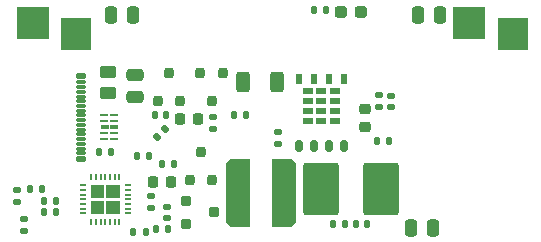
<source format=gtp>
G04 #@! TF.GenerationSoftware,KiCad,Pcbnew,8.0.7-8.0.7-0~ubuntu24.04.1*
G04 #@! TF.CreationDate,2024-12-30T22:48:23-07:00*
G04 #@! TF.ProjectId,2s 40A PSU and charger,32732034-3041-4205-9053-5520616e6420,V1*
G04 #@! TF.SameCoordinates,Original*
G04 #@! TF.FileFunction,Paste,Top*
G04 #@! TF.FilePolarity,Positive*
%FSLAX46Y46*%
G04 Gerber Fmt 4.6, Leading zero omitted, Abs format (unit mm)*
G04 Created by KiCad (PCBNEW 8.0.7-8.0.7-0~ubuntu24.04.1) date 2024-12-30 22:48:23*
%MOMM*%
%LPD*%
G01*
G04 APERTURE LIST*
G04 Aperture macros list*
%AMRoundRect*
0 Rectangle with rounded corners*
0 $1 Rounding radius*
0 $2 $3 $4 $5 $6 $7 $8 $9 X,Y pos of 4 corners*
0 Add a 4 corners polygon primitive as box body*
4,1,4,$2,$3,$4,$5,$6,$7,$8,$9,$2,$3,0*
0 Add four circle primitives for the rounded corners*
1,1,$1+$1,$2,$3*
1,1,$1+$1,$4,$5*
1,1,$1+$1,$6,$7*
1,1,$1+$1,$8,$9*
0 Add four rect primitives between the rounded corners*
20,1,$1+$1,$2,$3,$4,$5,0*
20,1,$1+$1,$4,$5,$6,$7,0*
20,1,$1+$1,$6,$7,$8,$9,0*
20,1,$1+$1,$8,$9,$2,$3,0*%
%AMOutline5P*
0 Free polygon, 5 corners , with rotation*
0 The origin of the aperture is its center*
0 number of corners: always 5*
0 $1 to $10 corner X, Y*
0 $11 Rotation angle, in degrees counterclockwise*
0 create outline with 5 corners*
4,1,5,$1,$2,$3,$4,$5,$6,$7,$8,$9,$10,$1,$2,$11*%
%AMOutline6P*
0 Free polygon, 6 corners , with rotation*
0 The origin of the aperture is its center*
0 number of corners: always 6*
0 $1 to $12 corner X, Y*
0 $13 Rotation angle, in degrees counterclockwise*
0 create outline with 6 corners*
4,1,6,$1,$2,$3,$4,$5,$6,$7,$8,$9,$10,$11,$12,$1,$2,$13*%
%AMOutline7P*
0 Free polygon, 7 corners , with rotation*
0 The origin of the aperture is its center*
0 number of corners: always 7*
0 $1 to $14 corner X, Y*
0 $15 Rotation angle, in degrees counterclockwise*
0 create outline with 7 corners*
4,1,7,$1,$2,$3,$4,$5,$6,$7,$8,$9,$10,$11,$12,$13,$14,$1,$2,$15*%
%AMOutline8P*
0 Free polygon, 8 corners , with rotation*
0 The origin of the aperture is its center*
0 number of corners: always 8*
0 $1 to $16 corner X, Y*
0 $17 Rotation angle, in degrees counterclockwise*
0 create outline with 8 corners*
4,1,8,$1,$2,$3,$4,$5,$6,$7,$8,$9,$10,$11,$12,$13,$14,$15,$16,$1,$2,$17*%
G04 Aperture macros list end*
%ADD10C,0.000000*%
%ADD11RoundRect,0.140000X0.140000X0.170000X-0.140000X0.170000X-0.140000X-0.170000X0.140000X-0.170000X0*%
%ADD12R,0.675000X0.250000*%
%ADD13R,0.775000X0.400000*%
%ADD14RoundRect,0.135000X-0.185000X0.135000X-0.185000X-0.135000X0.185000X-0.135000X0.185000X0.135000X0*%
%ADD15RoundRect,0.135000X0.185000X-0.135000X0.185000X0.135000X-0.185000X0.135000X-0.185000X-0.135000X0*%
%ADD16RoundRect,0.135000X-0.135000X-0.185000X0.135000X-0.185000X0.135000X0.185000X-0.135000X0.185000X0*%
%ADD17RoundRect,0.250000X-0.250000X-0.475000X0.250000X-0.475000X0.250000X0.475000X-0.250000X0.475000X0*%
%ADD18RoundRect,0.140000X-0.140000X-0.170000X0.140000X-0.170000X0.140000X0.170000X-0.140000X0.170000X0*%
%ADD19RoundRect,0.250000X0.312500X0.625000X-0.312500X0.625000X-0.312500X-0.625000X0.312500X-0.625000X0*%
%ADD20RoundRect,0.200000X0.200000X-0.250000X0.200000X0.250000X-0.200000X0.250000X-0.200000X-0.250000X0*%
%ADD21RoundRect,0.147500X0.172500X-0.147500X0.172500X0.147500X-0.172500X0.147500X-0.172500X-0.147500X0*%
%ADD22RoundRect,0.200000X-0.250000X-0.200000X0.250000X-0.200000X0.250000X0.200000X-0.250000X0.200000X0*%
%ADD23RoundRect,0.135000X0.135000X0.185000X-0.135000X0.185000X-0.135000X-0.185000X0.135000X-0.185000X0*%
%ADD24RoundRect,0.225000X-0.250000X0.225000X-0.250000X-0.225000X0.250000X-0.225000X0.250000X0.225000X0*%
%ADD25RoundRect,0.250000X0.250000X0.475000X-0.250000X0.475000X-0.250000X-0.475000X0.250000X-0.475000X0*%
%ADD26R,2.800000X2.800000*%
%ADD27RoundRect,0.250000X0.475000X-0.250000X0.475000X0.250000X-0.475000X0.250000X-0.475000X-0.250000X0*%
%ADD28Outline6P,-2.900000X0.630000X-2.480000X1.050000X2.480000X1.050000X2.900000X0.630000X2.900000X-1.050000X-2.900000X-1.050000X90.000000*%
%ADD29Outline6P,-2.900000X0.630000X-2.480000X1.050000X2.480000X1.050000X2.900000X0.630000X2.900000X-1.050000X-2.900000X-1.050000X270.000000*%
%ADD30RoundRect,0.135000X0.035355X-0.226274X0.226274X-0.035355X-0.035355X0.226274X-0.226274X0.035355X0*%
%ADD31R,2.500000X2.800000*%
%ADD32RoundRect,0.140000X-0.170000X0.140000X-0.170000X-0.140000X0.170000X-0.140000X0.170000X0.140000X0*%
%ADD33RoundRect,0.250000X0.450000X-0.262500X0.450000X0.262500X-0.450000X0.262500X-0.450000X-0.262500X0*%
%ADD34RoundRect,0.237500X0.287500X0.237500X-0.287500X0.237500X-0.287500X-0.237500X0.287500X-0.237500X0*%
%ADD35R,0.900000X0.600000*%
%ADD36R,0.600000X0.900000*%
%ADD37RoundRect,0.150000X0.150000X0.375000X-0.150000X0.375000X-0.150000X-0.375000X0.150000X-0.375000X0*%
%ADD38RoundRect,0.200000X-0.200000X0.250000X-0.200000X-0.250000X0.200000X-0.250000X0.200000X0.250000X0*%
%ADD39O,0.200000X0.599999*%
%ADD40O,0.599999X0.200000*%
%ADD41RoundRect,0.225000X0.225000X0.250000X-0.225000X0.250000X-0.225000X-0.250000X0.225000X-0.250000X0*%
%ADD42RoundRect,0.250001X1.262499X1.974999X-1.262499X1.974999X-1.262499X-1.974999X1.262499X-1.974999X0*%
%ADD43RoundRect,0.070000X-0.345000X0.070000X-0.345000X-0.070000X0.345000X-0.070000X0.345000X0.070000X0*%
%ADD44RoundRect,0.112500X-0.302500X0.112500X-0.302500X-0.112500X0.302500X-0.112500X0.302500X0.112500X0*%
%ADD45RoundRect,0.225000X-0.225000X-0.250000X0.225000X-0.250000X0.225000X0.250000X-0.225000X0.250000X0*%
G04 APERTURE END LIST*
D10*
G04 #@! TO.C,U3*
G36*
X116300000Y-128500000D02*
G01*
X115152001Y-128500000D01*
X115152001Y-127352001D01*
X116300000Y-127352001D01*
X116300000Y-128500000D01*
G37*
G36*
X116300000Y-129847999D02*
G01*
X115152001Y-129847999D01*
X115152001Y-128700000D01*
X116300000Y-128700000D01*
X116300000Y-129847999D01*
G37*
G36*
X117647999Y-128500000D02*
G01*
X116500000Y-128500000D01*
X116500000Y-127352001D01*
X117647999Y-127352001D01*
X117647999Y-128500000D01*
G37*
G36*
X117647999Y-129847999D02*
G01*
X116500000Y-129847999D01*
X116500000Y-128700000D01*
X117647999Y-128700000D01*
X117647999Y-129847999D01*
G37*
G04 #@! TD*
D11*
G04 #@! TO.C,C9*
X120080000Y-124900000D03*
X119120000Y-124900000D03*
G04 #@! TD*
D12*
G04 #@! TO.C,D11*
X116300000Y-121500000D03*
X116300000Y-122000000D03*
D13*
X116350000Y-122500000D03*
D12*
X116300000Y-123000000D03*
X116300000Y-123500000D03*
X117175000Y-123500000D03*
X117175000Y-123000000D03*
D13*
X117125000Y-122500000D03*
D12*
X117175000Y-122000000D03*
X117175000Y-121500000D03*
G04 #@! TD*
D14*
G04 #@! TO.C,R24*
X109500000Y-130290000D03*
X109500000Y-131310000D03*
G04 #@! TD*
D15*
G04 #@! TO.C,R20*
X120300000Y-129310000D03*
X120300000Y-128290000D03*
G04 #@! TD*
D16*
G04 #@! TO.C,R10*
X139390000Y-123700000D03*
X140410000Y-123700000D03*
G04 #@! TD*
D17*
G04 #@! TO.C,C20*
X142250000Y-131000000D03*
X144150000Y-131000000D03*
G04 #@! TD*
D18*
G04 #@! TO.C,C23*
X137620000Y-130700000D03*
X138580000Y-130700000D03*
G04 #@! TD*
D19*
G04 #@! TO.C,R1*
X130962500Y-118700000D03*
X128037500Y-118700000D03*
G04 #@! TD*
D20*
G04 #@! TO.C,Q1*
X120850000Y-120300000D03*
X122750000Y-120300000D03*
X121800000Y-117900000D03*
G04 #@! TD*
D21*
G04 #@! TO.C,D1*
X140600000Y-120785000D03*
X140600000Y-119815000D03*
G04 #@! TD*
D22*
G04 #@! TO.C,Q5*
X123200000Y-128750000D03*
X123200000Y-130650000D03*
X125600000Y-129700000D03*
G04 #@! TD*
D23*
G04 #@! TO.C,R19*
X116910000Y-124600000D03*
X115890000Y-124600000D03*
G04 #@! TD*
D24*
G04 #@! TO.C,C2*
X138400000Y-120925000D03*
X138400000Y-122475000D03*
G04 #@! TD*
D16*
G04 #@! TO.C,R25*
X134090000Y-112600000D03*
X135110000Y-112600000D03*
G04 #@! TD*
D18*
G04 #@! TO.C,C10*
X127320000Y-121500000D03*
X128280000Y-121500000D03*
G04 #@! TD*
D25*
G04 #@! TO.C,C12*
X118750000Y-113000000D03*
X116850000Y-113000000D03*
G04 #@! TD*
D18*
G04 #@! TO.C,C5*
X120620000Y-121500000D03*
X121580000Y-121500000D03*
G04 #@! TD*
D26*
G04 #@! TO.C,J3*
X110250000Y-113650000D03*
G04 #@! TD*
D27*
G04 #@! TO.C,C7*
X118900000Y-119950000D03*
X118900000Y-118050000D03*
G04 #@! TD*
D21*
G04 #@! TO.C,D3*
X108900000Y-128785000D03*
X108900000Y-127815000D03*
G04 #@! TD*
D15*
G04 #@! TO.C,R3*
X139600000Y-120810000D03*
X139600000Y-119790000D03*
G04 #@! TD*
D28*
G04 #@! TO.C,L2*
X127650000Y-128100000D03*
D29*
X131550000Y-128100000D03*
G04 #@! TD*
D30*
G04 #@! TO.C,R8*
X120739376Y-123360624D03*
X121460624Y-122639376D03*
G04 #@! TD*
D31*
G04 #@! TO.C,J5*
X113950000Y-114600000D03*
G04 #@! TD*
D16*
G04 #@! TO.C,R23*
X109990000Y-127700000D03*
X111010000Y-127700000D03*
G04 #@! TD*
D20*
G04 #@! TO.C,Q4*
X123550000Y-127000000D03*
X125450000Y-127000000D03*
X124500000Y-124600000D03*
G04 #@! TD*
D32*
G04 #@! TO.C,C21*
X121600000Y-129220000D03*
X121600000Y-130180000D03*
G04 #@! TD*
D33*
G04 #@! TO.C,R2*
X116600000Y-119612500D03*
X116600000Y-117787500D03*
G04 #@! TD*
D18*
G04 #@! TO.C,C11*
X121220000Y-125600000D03*
X122180000Y-125600000D03*
G04 #@! TD*
D23*
G04 #@! TO.C,R21*
X121710000Y-131100000D03*
X120690000Y-131100000D03*
G04 #@! TD*
D34*
G04 #@! TO.C,D4*
X138075000Y-112700000D03*
X136325000Y-112700000D03*
G04 #@! TD*
D17*
G04 #@! TO.C,C14*
X142850000Y-113000000D03*
X144750000Y-113000000D03*
G04 #@! TD*
D23*
G04 #@! TO.C,R29*
X112210000Y-128700000D03*
X111190000Y-128700000D03*
G04 #@! TD*
D18*
G04 #@! TO.C,C22*
X135720000Y-130700000D03*
X136680000Y-130700000D03*
G04 #@! TD*
D35*
G04 #@! TO.C,Q3*
X133550000Y-121950000D03*
X134700000Y-121950000D03*
X135850000Y-121950000D03*
X133550000Y-121100000D03*
X134700000Y-121100000D03*
X135850000Y-121100000D03*
X133550000Y-120250000D03*
X134700000Y-120250000D03*
X135850000Y-120250000D03*
X133550000Y-119400000D03*
X134700000Y-119400000D03*
X135850000Y-119400000D03*
D36*
X132795000Y-118400000D03*
X134065000Y-118400000D03*
X135335000Y-118400000D03*
X136605000Y-118400000D03*
D37*
X132795000Y-124125000D03*
X134065000Y-124125000D03*
X135335000Y-124125000D03*
X136605000Y-124125000D03*
G04 #@! TD*
D14*
G04 #@! TO.C,R12*
X131000000Y-122890000D03*
X131000000Y-123910000D03*
G04 #@! TD*
D38*
G04 #@! TO.C,Q2*
X126350000Y-117900000D03*
X124450000Y-117900000D03*
X125400000Y-120300000D03*
G04 #@! TD*
D15*
G04 #@! TO.C,R7*
X125500000Y-122609999D03*
X125500000Y-121590001D03*
G04 #@! TD*
D26*
G04 #@! TO.C,J1*
X147199999Y-113650000D03*
G04 #@! TD*
D39*
G04 #@! TO.C,U3*
X117600000Y-126700001D03*
X117200001Y-126700001D03*
X116799999Y-126700001D03*
X116400000Y-126700001D03*
X116000001Y-126700001D03*
X115599999Y-126700001D03*
X115200000Y-126700001D03*
D40*
X114500001Y-127400000D03*
X114500001Y-127799999D03*
X114500001Y-128200001D03*
X114500001Y-128600000D03*
X114500001Y-128999999D03*
X114500001Y-129400001D03*
X114500001Y-129800000D03*
D39*
X115200000Y-130500001D03*
X115599999Y-130500001D03*
X116000001Y-130500001D03*
X116400000Y-130500001D03*
X116799999Y-130500001D03*
X117200001Y-130500001D03*
X117600000Y-130500001D03*
D40*
X118299999Y-129800000D03*
X118299999Y-129400001D03*
X118299999Y-128999999D03*
X118299999Y-128600000D03*
X118299999Y-128200001D03*
X118299999Y-127799999D03*
X118299999Y-127400000D03*
G04 #@! TD*
D31*
G04 #@! TO.C,J4*
X150950000Y-114600000D03*
G04 #@! TD*
D41*
G04 #@! TO.C,C6*
X124275000Y-121800000D03*
X122725000Y-121800000D03*
G04 #@! TD*
D42*
G04 #@! TO.C,R18*
X139712500Y-127700000D03*
X134687500Y-127700000D03*
G04 #@! TD*
D43*
G04 #@! TO.C,J10*
X114350000Y-118700000D03*
X114350000Y-119500000D03*
X114350000Y-120300000D03*
X114350000Y-121100000D03*
X114350000Y-121500000D03*
X114350000Y-121900000D03*
X114350000Y-123500000D03*
X114350000Y-124300000D03*
X114350000Y-124700000D03*
X114350000Y-123900000D03*
X114350000Y-123100000D03*
X114350000Y-122700000D03*
X114350000Y-122300000D03*
X114350000Y-120700000D03*
X114350000Y-119900000D03*
X114350000Y-119100000D03*
D44*
X114350000Y-118185000D03*
X114350000Y-125215000D03*
G04 #@! TD*
D45*
G04 #@! TO.C,C17*
X120425000Y-127100000D03*
X121975000Y-127100000D03*
G04 #@! TD*
D23*
G04 #@! TO.C,R11*
X112210000Y-129700000D03*
X111190000Y-129700000D03*
G04 #@! TD*
G04 #@! TO.C,R22*
X119810000Y-131400000D03*
X118790000Y-131400000D03*
G04 #@! TD*
M02*

</source>
